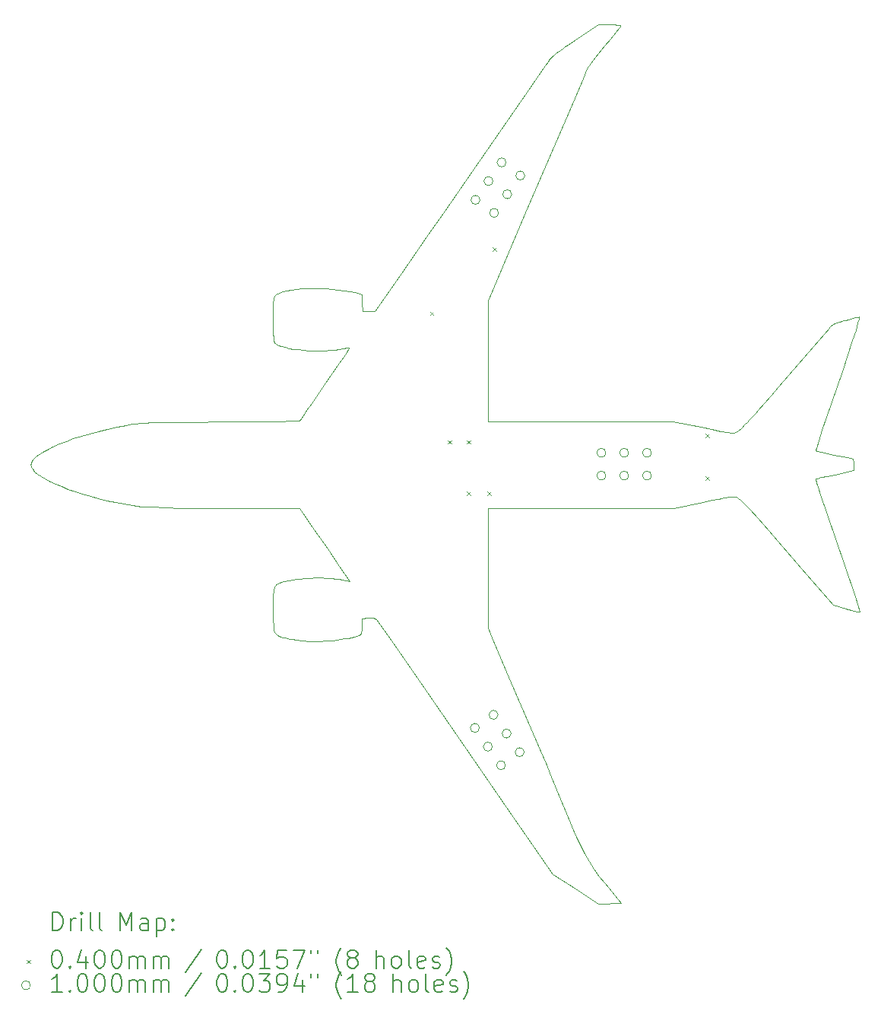
<source format=gbr>
%TF.GenerationSoftware,KiCad,Pcbnew,(6.99.0-2452-gdb4f2d9dd8)*%
%TF.CreationDate,2022-07-29T14:25:37-05:00*%
%TF.ProjectId,787,3738372e-6b69-4636-9164-5f7063625858,rev?*%
%TF.SameCoordinates,Original*%
%TF.FileFunction,Drillmap*%
%TF.FilePolarity,Positive*%
%FSLAX45Y45*%
G04 Gerber Fmt 4.5, Leading zero omitted, Abs format (unit mm)*
G04 Created by KiCad (PCBNEW (6.99.0-2452-gdb4f2d9dd8)) date 2022-07-29 14:25:37*
%MOMM*%
%LPD*%
G01*
G04 APERTURE LIST*
%ADD10C,0.078000*%
%ADD11C,0.200000*%
%ADD12C,0.040000*%
%ADD13C,0.100000*%
G04 APERTURE END LIST*
D10*
X10684163Y-6585400D02*
X10709793Y-6586046D01*
X10731118Y-6587142D01*
X10748144Y-6588691D01*
X10755047Y-6589636D01*
X10760879Y-6590695D01*
X10765639Y-6591867D01*
X10769330Y-6593154D01*
X10771951Y-6594555D01*
X10773504Y-6596070D01*
X10773880Y-6596871D01*
X10773989Y-6597700D01*
X10773408Y-6599445D01*
X10768107Y-6606586D01*
X10756367Y-6621468D01*
X10716536Y-6670801D01*
X10659860Y-6740136D01*
X10592282Y-6822165D01*
X10557296Y-6864875D01*
X10523910Y-6906383D01*
X10492908Y-6945660D01*
X10465074Y-6981679D01*
X10441192Y-7013413D01*
X10422047Y-7039835D01*
X10408421Y-7059917D01*
X10403924Y-7067260D01*
X10401101Y-7072632D01*
X10351690Y-7187257D01*
X10259496Y-7403686D01*
X9715802Y-8674316D01*
X9294756Y-9656039D01*
X9294756Y-11001507D01*
X11358769Y-11001507D01*
X11664761Y-11064144D01*
X11786568Y-11088574D01*
X11892022Y-11108785D01*
X11969837Y-11122679D01*
X11994853Y-11126600D01*
X12008727Y-11128154D01*
X12015558Y-11128329D01*
X12022171Y-11128260D01*
X12028695Y-11127817D01*
X12035255Y-11126868D01*
X12041979Y-11125282D01*
X12048993Y-11122927D01*
X12056425Y-11119673D01*
X12064400Y-11115386D01*
X12073046Y-11109937D01*
X12082490Y-11103194D01*
X12092859Y-11095025D01*
X12104278Y-11085300D01*
X12116876Y-11073885D01*
X12130779Y-11060651D01*
X12146113Y-11045466D01*
X12163006Y-11028198D01*
X12181585Y-11008717D01*
X12201976Y-10986890D01*
X12224306Y-10962586D01*
X12248701Y-10935674D01*
X12275290Y-10906022D01*
X12304198Y-10873500D01*
X12369480Y-10799317D01*
X12445562Y-10712073D01*
X12533459Y-10610718D01*
X12748755Y-10361469D01*
X12978062Y-10095239D01*
X13095594Y-9957866D01*
X13101605Y-9950894D01*
X13107661Y-9944455D01*
X13110751Y-9941414D01*
X13113907Y-9938481D01*
X13117148Y-9935646D01*
X13120492Y-9932901D01*
X13123957Y-9930237D01*
X13127563Y-9927647D01*
X13131327Y-9925120D01*
X13135268Y-9922649D01*
X13139404Y-9920225D01*
X13143753Y-9917839D01*
X13148335Y-9915482D01*
X13153167Y-9913147D01*
X13163657Y-9908503D01*
X13175370Y-9903840D01*
X13188455Y-9899087D01*
X13203057Y-9894176D01*
X13219325Y-9889037D01*
X13237406Y-9883602D01*
X13257448Y-9877800D01*
X13279598Y-9871563D01*
X13309079Y-9863528D01*
X13336851Y-9856301D01*
X13362285Y-9850019D01*
X13384757Y-9844823D01*
X13403637Y-9840851D01*
X13418300Y-9838242D01*
X13428118Y-9837135D01*
X13431014Y-9837189D01*
X13432464Y-9837670D01*
X13432413Y-9842439D01*
X13429755Y-9854498D01*
X13416238Y-9901653D01*
X13391148Y-9981458D01*
X13353717Y-10096237D01*
X13238773Y-10440010D01*
X13065278Y-10951562D01*
X13016744Y-11095435D01*
X12977630Y-11213886D01*
X12951927Y-11294647D01*
X12945353Y-11317060D01*
X12943629Y-11325449D01*
X12962083Y-11330374D01*
X13008454Y-11340954D01*
X13148377Y-11371301D01*
X13290254Y-11400923D01*
X13339068Y-11410599D01*
X13360942Y-11414256D01*
X13361264Y-11414343D01*
X13361582Y-11414602D01*
X13361895Y-11415028D01*
X13362203Y-11415618D01*
X13362803Y-11417268D01*
X13363380Y-11419519D01*
X13363928Y-11422337D01*
X13364446Y-11425687D01*
X13364930Y-11429536D01*
X13365376Y-11433849D01*
X13365782Y-11438591D01*
X13366145Y-11443730D01*
X13366460Y-11449230D01*
X13366726Y-11455057D01*
X13366938Y-11461177D01*
X13367093Y-11467556D01*
X13367189Y-11474160D01*
X13367222Y-11480954D01*
X13367222Y-11547652D01*
X13158142Y-11591432D01*
X13076611Y-11608780D01*
X13009180Y-11623651D01*
X12962854Y-11634463D01*
X12949795Y-11637853D01*
X12944639Y-11639635D01*
X12944478Y-11640049D01*
X12944447Y-11640828D01*
X12944769Y-11643444D01*
X12945580Y-11647407D01*
X12946859Y-11652641D01*
X12950723Y-11666624D01*
X12956174Y-11684785D01*
X12963026Y-11706521D01*
X12971092Y-11731226D01*
X12980185Y-11758296D01*
X12990120Y-11787126D01*
X13258673Y-12576758D01*
X13383376Y-12950687D01*
X13435938Y-13114847D01*
X13435775Y-13115669D01*
X13435282Y-13116375D01*
X13434463Y-13116966D01*
X13433321Y-13117443D01*
X13431860Y-13117805D01*
X13430086Y-13118055D01*
X13428001Y-13118193D01*
X13425610Y-13118219D01*
X13419924Y-13117940D01*
X13413061Y-13117224D01*
X13405053Y-13116077D01*
X13395931Y-13114505D01*
X13385729Y-13112513D01*
X13374477Y-13110108D01*
X13362208Y-13107296D01*
X13348954Y-13104083D01*
X13334747Y-13100473D01*
X13319619Y-13096474D01*
X13303602Y-13092092D01*
X13286728Y-13087331D01*
X13286728Y-13087332D01*
X13137443Y-13044620D01*
X12782130Y-12631870D01*
X12418542Y-12210666D01*
X12299495Y-12074477D01*
X12213281Y-11978022D01*
X12153151Y-11913895D01*
X12112355Y-11874690D01*
X12084145Y-11853002D01*
X12061770Y-11841425D01*
X12058801Y-11840303D01*
X12055604Y-11839315D01*
X12052147Y-11838465D01*
X12048398Y-11837759D01*
X12044324Y-11837201D01*
X12039893Y-11836796D01*
X12029830Y-11836462D01*
X12017952Y-11836795D01*
X12004000Y-11837834D01*
X11987715Y-11839617D01*
X11968840Y-11842180D01*
X11947115Y-11845562D01*
X11922283Y-11849801D01*
X11894086Y-11854935D01*
X11862264Y-11861001D01*
X11786714Y-11876082D01*
X11693568Y-11895346D01*
X11362359Y-11964591D01*
X9294755Y-11964591D01*
X9294755Y-13293802D01*
X9342092Y-13409982D01*
X9526615Y-13844125D01*
X9903782Y-14724771D01*
X9946641Y-14817732D01*
X9987071Y-14910638D01*
X10062789Y-15095829D01*
X10208678Y-15460548D01*
X10247124Y-15549885D01*
X10287432Y-15638258D01*
X10330139Y-15725553D01*
X10375781Y-15811656D01*
X10424895Y-15896454D01*
X10478017Y-15979833D01*
X10535684Y-16061679D01*
X10598431Y-16141880D01*
X10778726Y-16360378D01*
X10520848Y-16368235D01*
X10268656Y-16203265D01*
X10016463Y-16038296D01*
X9575338Y-15401354D01*
X8600627Y-13993945D01*
X8218484Y-13443740D01*
X8049004Y-13202841D01*
X8047765Y-13201496D01*
X8046451Y-13200210D01*
X8045058Y-13198982D01*
X8043585Y-13197812D01*
X8042029Y-13196700D01*
X8040389Y-13195644D01*
X8038662Y-13194645D01*
X8036846Y-13193702D01*
X8034940Y-13192815D01*
X8032940Y-13191984D01*
X8030845Y-13191208D01*
X8028654Y-13190486D01*
X8026362Y-13189819D01*
X8023970Y-13189206D01*
X8018873Y-13188140D01*
X8013345Y-13187286D01*
X8007370Y-13186640D01*
X8000931Y-13186199D01*
X7994010Y-13185961D01*
X7986592Y-13185922D01*
X7978660Y-13186079D01*
X7970197Y-13186430D01*
X7961185Y-13186971D01*
X7891406Y-13191738D01*
X7891211Y-13269521D01*
X7890962Y-13285459D01*
X7890331Y-13300933D01*
X7889360Y-13315562D01*
X7888092Y-13328962D01*
X7886569Y-13340753D01*
X7884833Y-13350553D01*
X7883899Y-13354586D01*
X7882927Y-13357978D01*
X7881923Y-13360682D01*
X7880892Y-13362649D01*
X7877276Y-13366738D01*
X7871848Y-13370862D01*
X7855916Y-13379164D01*
X7833817Y-13387448D01*
X7806271Y-13395608D01*
X7774001Y-13403540D01*
X7737726Y-13411137D01*
X7698170Y-13418296D01*
X7656052Y-13424909D01*
X7612095Y-13430872D01*
X7567019Y-13436080D01*
X7521546Y-13440427D01*
X7476397Y-13443807D01*
X7432294Y-13446116D01*
X7389957Y-13447248D01*
X7350108Y-13447097D01*
X7313468Y-13445558D01*
X7227890Y-13438878D01*
X7152668Y-13430668D01*
X7118936Y-13425987D01*
X7087786Y-13420923D01*
X7059217Y-13415473D01*
X7033227Y-13409639D01*
X7009813Y-13403419D01*
X6988973Y-13396812D01*
X6970705Y-13389819D01*
X6955007Y-13382438D01*
X6941876Y-13374669D01*
X6931312Y-13366512D01*
X6923310Y-13357967D01*
X6917870Y-13349031D01*
X6916373Y-13344599D01*
X6914902Y-13338005D01*
X6913464Y-13329377D01*
X6912067Y-13318843D01*
X6909432Y-13292573D01*
X6907062Y-13260224D01*
X6905021Y-13222823D01*
X6903375Y-13181398D01*
X6902187Y-13136977D01*
X6901525Y-13090589D01*
X6901133Y-12995861D01*
X6901672Y-12957381D01*
X6903039Y-12924207D01*
X6905486Y-12895877D01*
X6909267Y-12871928D01*
X6911736Y-12861453D01*
X6914634Y-12851899D01*
X6917992Y-12843210D01*
X6921841Y-12835328D01*
X6926214Y-12828194D01*
X6931141Y-12821752D01*
X6936655Y-12815942D01*
X6942786Y-12810709D01*
X6949568Y-12805992D01*
X6957031Y-12801736D01*
X6965207Y-12797882D01*
X6974127Y-12794373D01*
X6994328Y-12788155D01*
X7017888Y-12782623D01*
X7076093Y-12771761D01*
X7162088Y-12758247D01*
X7203979Y-12752932D01*
X7245215Y-12748580D01*
X7285859Y-12745190D01*
X7325974Y-12742761D01*
X7365622Y-12741294D01*
X7404866Y-12740789D01*
X7443769Y-12741246D01*
X7482394Y-12742664D01*
X7520803Y-12745044D01*
X7559059Y-12748385D01*
X7597224Y-12752688D01*
X7635362Y-12757953D01*
X7673535Y-12764179D01*
X7711806Y-12771366D01*
X7757157Y-12780436D01*
X7638948Y-12609845D01*
X7507859Y-12419712D01*
X7358682Y-12202136D01*
X7196626Y-11965018D01*
X6396660Y-11964803D01*
X5882805Y-11962717D01*
X5701134Y-11959475D01*
X5556399Y-11954090D01*
X5438672Y-11946054D01*
X5338024Y-11934860D01*
X5244529Y-11920000D01*
X5148259Y-11900967D01*
X5050794Y-11879295D01*
X4956359Y-11856091D01*
X4865404Y-11831555D01*
X4778379Y-11805886D01*
X4695733Y-11779284D01*
X4617915Y-11751947D01*
X4545375Y-11724075D01*
X4478562Y-11695868D01*
X4417926Y-11667525D01*
X4363917Y-11639246D01*
X4316984Y-11611230D01*
X4277576Y-11583676D01*
X4246143Y-11556784D01*
X4223134Y-11530754D01*
X4208999Y-11505784D01*
X4205400Y-11493760D01*
X4204188Y-11482075D01*
X4205590Y-11469294D01*
X4209749Y-11456158D01*
X4216597Y-11442697D01*
X4226062Y-11428940D01*
X4238075Y-11414915D01*
X4252566Y-11400652D01*
X4269466Y-11386179D01*
X4288704Y-11371525D01*
X4310211Y-11356719D01*
X4333917Y-11341791D01*
X4387646Y-11311680D01*
X4449334Y-11281423D01*
X4518420Y-11251253D01*
X4594348Y-11221400D01*
X4676557Y-11192095D01*
X4764490Y-11163570D01*
X4857588Y-11136056D01*
X4955292Y-11109783D01*
X5057045Y-11084984D01*
X5162286Y-11061889D01*
X5270459Y-11040730D01*
X5326121Y-11031131D01*
X5353556Y-11027171D01*
X5382466Y-11023710D01*
X5414157Y-11020706D01*
X5449934Y-11018113D01*
X5491101Y-11015887D01*
X5538965Y-11013984D01*
X5594829Y-11012359D01*
X5660000Y-11010967D01*
X5823479Y-11008708D01*
X6039843Y-11006852D01*
X6319531Y-11005043D01*
X6663196Y-11002024D01*
X6944223Y-10997759D01*
X7133898Y-10992811D01*
X7185504Y-10990256D01*
X7203504Y-10987741D01*
X7205704Y-10982516D01*
X7212173Y-10971322D01*
X7237124Y-10932183D01*
X7276773Y-10872642D01*
X7329534Y-10795011D01*
X7468061Y-10594745D01*
X7640029Y-10349903D01*
X7684357Y-10286082D01*
X7703407Y-10257830D01*
X7719781Y-10232941D01*
X7733031Y-10212109D01*
X7742708Y-10196027D01*
X7748362Y-10185389D01*
X7749541Y-10182327D01*
X7749545Y-10180886D01*
X7749167Y-10180605D01*
X7748637Y-10180365D01*
X7747961Y-10180163D01*
X7747142Y-10180001D01*
X7745092Y-10179791D01*
X7742522Y-10179731D01*
X7739465Y-10179816D01*
X7735956Y-10180042D01*
X7732027Y-10180404D01*
X7727714Y-10180899D01*
X7723050Y-10181523D01*
X7718069Y-10182271D01*
X7712805Y-10183138D01*
X7707291Y-10184121D01*
X7701562Y-10185216D01*
X7695652Y-10186417D01*
X7689594Y-10187722D01*
X7683422Y-10189125D01*
X7637585Y-10198116D01*
X7587006Y-10205002D01*
X7532647Y-10209862D01*
X7475473Y-10212778D01*
X7416448Y-10213829D01*
X7356535Y-10213097D01*
X7296700Y-10210662D01*
X7237905Y-10206604D01*
X7181115Y-10201004D01*
X7127293Y-10193943D01*
X7077405Y-10185501D01*
X7032413Y-10175759D01*
X6993282Y-10164797D01*
X6960976Y-10152695D01*
X6936458Y-10139535D01*
X6927421Y-10132583D01*
X6920693Y-10125397D01*
X6919371Y-10123484D01*
X6918105Y-10121300D01*
X6916894Y-10118831D01*
X6915737Y-10116064D01*
X6913581Y-10109585D01*
X6911628Y-10101757D01*
X6909872Y-10092476D01*
X6908303Y-10081637D01*
X6906915Y-10069135D01*
X6905700Y-10054866D01*
X6904650Y-10038725D01*
X6903757Y-10020607D01*
X6903013Y-10000408D01*
X6902410Y-9978023D01*
X6901598Y-9926276D01*
X6901258Y-9864528D01*
X6901303Y-9795163D01*
X6901846Y-9739953D01*
X6903057Y-9696982D01*
X6905111Y-9664334D01*
X6906507Y-9651282D01*
X6908178Y-9640091D01*
X6910146Y-9630523D01*
X6912431Y-9622338D01*
X6915056Y-9615296D01*
X6918043Y-9609157D01*
X6921412Y-9603683D01*
X6925185Y-9598632D01*
X6933362Y-9590373D01*
X6944094Y-9582534D01*
X6957252Y-9575120D01*
X6972705Y-9568135D01*
X7009980Y-9555472D01*
X7054885Y-9544584D01*
X7106383Y-9535509D01*
X7163438Y-9528285D01*
X7225015Y-9522950D01*
X7290076Y-9519541D01*
X7357587Y-9518096D01*
X7426511Y-9518654D01*
X7495812Y-9521252D01*
X7564455Y-9525928D01*
X7631403Y-9532721D01*
X7695621Y-9541668D01*
X7756071Y-9552807D01*
X7811719Y-9566175D01*
X7890239Y-9587692D01*
X7894269Y-9678913D01*
X7898300Y-9770135D01*
X7967092Y-9774081D01*
X8035883Y-9778027D01*
X8311050Y-9377724D01*
X8517834Y-9078070D01*
X8628592Y-8919753D01*
X8795285Y-8680991D01*
X9136551Y-8187926D01*
X9728202Y-7334910D01*
X9841150Y-7173718D01*
X9935676Y-7037336D01*
X9962929Y-6998067D01*
X9975022Y-6981463D01*
X9986730Y-6966337D01*
X9998533Y-6952281D01*
X10010910Y-6938890D01*
X10024340Y-6925755D01*
X10039301Y-6912471D01*
X10056273Y-6898631D01*
X10075735Y-6883827D01*
X10098166Y-6867653D01*
X10124044Y-6849702D01*
X10153849Y-6829567D01*
X10188060Y-6806841D01*
X10271613Y-6751991D01*
X10526142Y-6585361D01*
X10654219Y-6585205D01*
X10684163Y-6585400D01*
D11*
D12*
X8650000Y-9780000D02*
X8690000Y-9820000D01*
X8690000Y-9780000D02*
X8650000Y-9820000D01*
X8850000Y-11210000D02*
X8890000Y-11250000D01*
X8890000Y-11210000D02*
X8850000Y-11250000D01*
X9060000Y-11210000D02*
X9100000Y-11250000D01*
X9100000Y-11210000D02*
X9060000Y-11250000D01*
X9060000Y-11780000D02*
X9100000Y-11820000D01*
X9100000Y-11780000D02*
X9060000Y-11820000D01*
X9290000Y-11780000D02*
X9330000Y-11820000D01*
X9330000Y-11780000D02*
X9290000Y-11820000D01*
X9351371Y-9061371D02*
X9391371Y-9101371D01*
X9391371Y-9061371D02*
X9351371Y-9101371D01*
X11720000Y-11140000D02*
X11760000Y-11180000D01*
X11760000Y-11140000D02*
X11720000Y-11180000D01*
X11720000Y-11610000D02*
X11760000Y-11650000D01*
X11760000Y-11610000D02*
X11720000Y-11650000D01*
D13*
X9200279Y-14411935D02*
G75*
G03*
X9200279Y-14411935I-50000J0D01*
G01*
X9206970Y-8535220D02*
G75*
G03*
X9206970Y-8535220I-50000J0D01*
G01*
X9345968Y-14620000D02*
G75*
G03*
X9345968Y-14620000I-50000J0D01*
G01*
X9352659Y-8327156D02*
G75*
G03*
X9352659Y-8327156I-50000J0D01*
G01*
X9408344Y-14266247D02*
G75*
G03*
X9408344Y-14266247I-50000J0D01*
G01*
X9415035Y-8680909D02*
G75*
G03*
X9415035Y-8680909I-50000J0D01*
G01*
X9491656Y-14828065D02*
G75*
G03*
X9491656Y-14828065I-50000J0D01*
G01*
X9498347Y-8119091D02*
G75*
G03*
X9498347Y-8119091I-50000J0D01*
G01*
X9554032Y-14474312D02*
G75*
G03*
X9554032Y-14474312I-50000J0D01*
G01*
X9560723Y-8472844D02*
G75*
G03*
X9560723Y-8472844I-50000J0D01*
G01*
X9699721Y-14682376D02*
G75*
G03*
X9699721Y-14682376I-50000J0D01*
G01*
X9706412Y-8264780D02*
G75*
G03*
X9706412Y-8264780I-50000J0D01*
G01*
X10610000Y-11350000D02*
G75*
G03*
X10610000Y-11350000I-50000J0D01*
G01*
X10610000Y-11604000D02*
G75*
G03*
X10610000Y-11604000I-50000J0D01*
G01*
X10864000Y-11350000D02*
G75*
G03*
X10864000Y-11350000I-50000J0D01*
G01*
X10864000Y-11604000D02*
G75*
G03*
X10864000Y-11604000I-50000J0D01*
G01*
X11118000Y-11350000D02*
G75*
G03*
X11118000Y-11350000I-50000J0D01*
G01*
X11118000Y-11604000D02*
G75*
G03*
X11118000Y-11604000I-50000J0D01*
G01*
D11*
X4447907Y-16665611D02*
X4447907Y-16465611D01*
X4447907Y-16465611D02*
X4495526Y-16465611D01*
X4495526Y-16465611D02*
X4524097Y-16475135D01*
X4524097Y-16475135D02*
X4543145Y-16494182D01*
X4543145Y-16494182D02*
X4552669Y-16513230D01*
X4552669Y-16513230D02*
X4562192Y-16551325D01*
X4562192Y-16551325D02*
X4562192Y-16579896D01*
X4562192Y-16579896D02*
X4552669Y-16617992D01*
X4552669Y-16617992D02*
X4543145Y-16637039D01*
X4543145Y-16637039D02*
X4524097Y-16656087D01*
X4524097Y-16656087D02*
X4495526Y-16665611D01*
X4495526Y-16665611D02*
X4447907Y-16665611D01*
X4647907Y-16665611D02*
X4647907Y-16532277D01*
X4647907Y-16570373D02*
X4657431Y-16551325D01*
X4657431Y-16551325D02*
X4666954Y-16541801D01*
X4666954Y-16541801D02*
X4686002Y-16532277D01*
X4686002Y-16532277D02*
X4705050Y-16532277D01*
X4771716Y-16665611D02*
X4771716Y-16532277D01*
X4771716Y-16465611D02*
X4762192Y-16475135D01*
X4762192Y-16475135D02*
X4771716Y-16484658D01*
X4771716Y-16484658D02*
X4781240Y-16475135D01*
X4781240Y-16475135D02*
X4771716Y-16465611D01*
X4771716Y-16465611D02*
X4771716Y-16484658D01*
X4895526Y-16665611D02*
X4876478Y-16656087D01*
X4876478Y-16656087D02*
X4866954Y-16637039D01*
X4866954Y-16637039D02*
X4866954Y-16465611D01*
X5000288Y-16665611D02*
X4981240Y-16656087D01*
X4981240Y-16656087D02*
X4971716Y-16637039D01*
X4971716Y-16637039D02*
X4971716Y-16465611D01*
X5196478Y-16665611D02*
X5196478Y-16465611D01*
X5196478Y-16465611D02*
X5263145Y-16608468D01*
X5263145Y-16608468D02*
X5329811Y-16465611D01*
X5329811Y-16465611D02*
X5329811Y-16665611D01*
X5510764Y-16665611D02*
X5510764Y-16560849D01*
X5510764Y-16560849D02*
X5501240Y-16541801D01*
X5501240Y-16541801D02*
X5482192Y-16532277D01*
X5482192Y-16532277D02*
X5444097Y-16532277D01*
X5444097Y-16532277D02*
X5425050Y-16541801D01*
X5510764Y-16656087D02*
X5491716Y-16665611D01*
X5491716Y-16665611D02*
X5444097Y-16665611D01*
X5444097Y-16665611D02*
X5425050Y-16656087D01*
X5425050Y-16656087D02*
X5415526Y-16637039D01*
X5415526Y-16637039D02*
X5415526Y-16617992D01*
X5415526Y-16617992D02*
X5425050Y-16598944D01*
X5425050Y-16598944D02*
X5444097Y-16589420D01*
X5444097Y-16589420D02*
X5491716Y-16589420D01*
X5491716Y-16589420D02*
X5510764Y-16579896D01*
X5606002Y-16532277D02*
X5606002Y-16732277D01*
X5606002Y-16541801D02*
X5625049Y-16532277D01*
X5625049Y-16532277D02*
X5663145Y-16532277D01*
X5663145Y-16532277D02*
X5682192Y-16541801D01*
X5682192Y-16541801D02*
X5691716Y-16551325D01*
X5691716Y-16551325D02*
X5701240Y-16570373D01*
X5701240Y-16570373D02*
X5701240Y-16627515D01*
X5701240Y-16627515D02*
X5691716Y-16646563D01*
X5691716Y-16646563D02*
X5682192Y-16656087D01*
X5682192Y-16656087D02*
X5663145Y-16665611D01*
X5663145Y-16665611D02*
X5625049Y-16665611D01*
X5625049Y-16665611D02*
X5606002Y-16656087D01*
X5786954Y-16646563D02*
X5796478Y-16656087D01*
X5796478Y-16656087D02*
X5786954Y-16665611D01*
X5786954Y-16665611D02*
X5777430Y-16656087D01*
X5777430Y-16656087D02*
X5786954Y-16646563D01*
X5786954Y-16646563D02*
X5786954Y-16665611D01*
X5786954Y-16541801D02*
X5796478Y-16551325D01*
X5796478Y-16551325D02*
X5786954Y-16560849D01*
X5786954Y-16560849D02*
X5777430Y-16551325D01*
X5777430Y-16551325D02*
X5786954Y-16541801D01*
X5786954Y-16541801D02*
X5786954Y-16560849D01*
D12*
X4160288Y-16992135D02*
X4200288Y-17032135D01*
X4200288Y-16992135D02*
X4160288Y-17032135D01*
D11*
X4486002Y-16885611D02*
X4505050Y-16885611D01*
X4505050Y-16885611D02*
X4524097Y-16895135D01*
X4524097Y-16895135D02*
X4533621Y-16904658D01*
X4533621Y-16904658D02*
X4543145Y-16923706D01*
X4543145Y-16923706D02*
X4552669Y-16961801D01*
X4552669Y-16961801D02*
X4552669Y-17009420D01*
X4552669Y-17009420D02*
X4543145Y-17047516D01*
X4543145Y-17047516D02*
X4533621Y-17066563D01*
X4533621Y-17066563D02*
X4524097Y-17076087D01*
X4524097Y-17076087D02*
X4505050Y-17085611D01*
X4505050Y-17085611D02*
X4486002Y-17085611D01*
X4486002Y-17085611D02*
X4466954Y-17076087D01*
X4466954Y-17076087D02*
X4457431Y-17066563D01*
X4457431Y-17066563D02*
X4447907Y-17047516D01*
X4447907Y-17047516D02*
X4438383Y-17009420D01*
X4438383Y-17009420D02*
X4438383Y-16961801D01*
X4438383Y-16961801D02*
X4447907Y-16923706D01*
X4447907Y-16923706D02*
X4457431Y-16904658D01*
X4457431Y-16904658D02*
X4466954Y-16895135D01*
X4466954Y-16895135D02*
X4486002Y-16885611D01*
X4638383Y-17066563D02*
X4647907Y-17076087D01*
X4647907Y-17076087D02*
X4638383Y-17085611D01*
X4638383Y-17085611D02*
X4628859Y-17076087D01*
X4628859Y-17076087D02*
X4638383Y-17066563D01*
X4638383Y-17066563D02*
X4638383Y-17085611D01*
X4819335Y-16952277D02*
X4819335Y-17085611D01*
X4771716Y-16876087D02*
X4724097Y-17018944D01*
X4724097Y-17018944D02*
X4847907Y-17018944D01*
X4962192Y-16885611D02*
X4981240Y-16885611D01*
X4981240Y-16885611D02*
X5000288Y-16895135D01*
X5000288Y-16895135D02*
X5009812Y-16904658D01*
X5009812Y-16904658D02*
X5019335Y-16923706D01*
X5019335Y-16923706D02*
X5028859Y-16961801D01*
X5028859Y-16961801D02*
X5028859Y-17009420D01*
X5028859Y-17009420D02*
X5019335Y-17047516D01*
X5019335Y-17047516D02*
X5009812Y-17066563D01*
X5009812Y-17066563D02*
X5000288Y-17076087D01*
X5000288Y-17076087D02*
X4981240Y-17085611D01*
X4981240Y-17085611D02*
X4962192Y-17085611D01*
X4962192Y-17085611D02*
X4943145Y-17076087D01*
X4943145Y-17076087D02*
X4933621Y-17066563D01*
X4933621Y-17066563D02*
X4924097Y-17047516D01*
X4924097Y-17047516D02*
X4914573Y-17009420D01*
X4914573Y-17009420D02*
X4914573Y-16961801D01*
X4914573Y-16961801D02*
X4924097Y-16923706D01*
X4924097Y-16923706D02*
X4933621Y-16904658D01*
X4933621Y-16904658D02*
X4943145Y-16895135D01*
X4943145Y-16895135D02*
X4962192Y-16885611D01*
X5152669Y-16885611D02*
X5171716Y-16885611D01*
X5171716Y-16885611D02*
X5190764Y-16895135D01*
X5190764Y-16895135D02*
X5200288Y-16904658D01*
X5200288Y-16904658D02*
X5209812Y-16923706D01*
X5209812Y-16923706D02*
X5219335Y-16961801D01*
X5219335Y-16961801D02*
X5219335Y-17009420D01*
X5219335Y-17009420D02*
X5209812Y-17047516D01*
X5209812Y-17047516D02*
X5200288Y-17066563D01*
X5200288Y-17066563D02*
X5190764Y-17076087D01*
X5190764Y-17076087D02*
X5171716Y-17085611D01*
X5171716Y-17085611D02*
X5152669Y-17085611D01*
X5152669Y-17085611D02*
X5133621Y-17076087D01*
X5133621Y-17076087D02*
X5124097Y-17066563D01*
X5124097Y-17066563D02*
X5114573Y-17047516D01*
X5114573Y-17047516D02*
X5105050Y-17009420D01*
X5105050Y-17009420D02*
X5105050Y-16961801D01*
X5105050Y-16961801D02*
X5114573Y-16923706D01*
X5114573Y-16923706D02*
X5124097Y-16904658D01*
X5124097Y-16904658D02*
X5133621Y-16895135D01*
X5133621Y-16895135D02*
X5152669Y-16885611D01*
X5305050Y-17085611D02*
X5305050Y-16952277D01*
X5305050Y-16971325D02*
X5314573Y-16961801D01*
X5314573Y-16961801D02*
X5333621Y-16952277D01*
X5333621Y-16952277D02*
X5362193Y-16952277D01*
X5362193Y-16952277D02*
X5381240Y-16961801D01*
X5381240Y-16961801D02*
X5390764Y-16980849D01*
X5390764Y-16980849D02*
X5390764Y-17085611D01*
X5390764Y-16980849D02*
X5400288Y-16961801D01*
X5400288Y-16961801D02*
X5419335Y-16952277D01*
X5419335Y-16952277D02*
X5447907Y-16952277D01*
X5447907Y-16952277D02*
X5466954Y-16961801D01*
X5466954Y-16961801D02*
X5476478Y-16980849D01*
X5476478Y-16980849D02*
X5476478Y-17085611D01*
X5571716Y-17085611D02*
X5571716Y-16952277D01*
X5571716Y-16971325D02*
X5581240Y-16961801D01*
X5581240Y-16961801D02*
X5600288Y-16952277D01*
X5600288Y-16952277D02*
X5628859Y-16952277D01*
X5628859Y-16952277D02*
X5647907Y-16961801D01*
X5647907Y-16961801D02*
X5657431Y-16980849D01*
X5657431Y-16980849D02*
X5657431Y-17085611D01*
X5657431Y-16980849D02*
X5666954Y-16961801D01*
X5666954Y-16961801D02*
X5686002Y-16952277D01*
X5686002Y-16952277D02*
X5714573Y-16952277D01*
X5714573Y-16952277D02*
X5733621Y-16961801D01*
X5733621Y-16961801D02*
X5743145Y-16980849D01*
X5743145Y-16980849D02*
X5743145Y-17085611D01*
X6101240Y-16876087D02*
X5929812Y-17133230D01*
X6326002Y-16885611D02*
X6345050Y-16885611D01*
X6345050Y-16885611D02*
X6364097Y-16895135D01*
X6364097Y-16895135D02*
X6373621Y-16904658D01*
X6373621Y-16904658D02*
X6383145Y-16923706D01*
X6383145Y-16923706D02*
X6392669Y-16961801D01*
X6392669Y-16961801D02*
X6392669Y-17009420D01*
X6392669Y-17009420D02*
X6383145Y-17047516D01*
X6383145Y-17047516D02*
X6373621Y-17066563D01*
X6373621Y-17066563D02*
X6364097Y-17076087D01*
X6364097Y-17076087D02*
X6345050Y-17085611D01*
X6345050Y-17085611D02*
X6326002Y-17085611D01*
X6326002Y-17085611D02*
X6306954Y-17076087D01*
X6306954Y-17076087D02*
X6297431Y-17066563D01*
X6297431Y-17066563D02*
X6287907Y-17047516D01*
X6287907Y-17047516D02*
X6278383Y-17009420D01*
X6278383Y-17009420D02*
X6278383Y-16961801D01*
X6278383Y-16961801D02*
X6287907Y-16923706D01*
X6287907Y-16923706D02*
X6297431Y-16904658D01*
X6297431Y-16904658D02*
X6306954Y-16895135D01*
X6306954Y-16895135D02*
X6326002Y-16885611D01*
X6478383Y-17066563D02*
X6487907Y-17076087D01*
X6487907Y-17076087D02*
X6478383Y-17085611D01*
X6478383Y-17085611D02*
X6468859Y-17076087D01*
X6468859Y-17076087D02*
X6478383Y-17066563D01*
X6478383Y-17066563D02*
X6478383Y-17085611D01*
X6611716Y-16885611D02*
X6630764Y-16885611D01*
X6630764Y-16885611D02*
X6649812Y-16895135D01*
X6649812Y-16895135D02*
X6659335Y-16904658D01*
X6659335Y-16904658D02*
X6668859Y-16923706D01*
X6668859Y-16923706D02*
X6678383Y-16961801D01*
X6678383Y-16961801D02*
X6678383Y-17009420D01*
X6678383Y-17009420D02*
X6668859Y-17047516D01*
X6668859Y-17047516D02*
X6659335Y-17066563D01*
X6659335Y-17066563D02*
X6649812Y-17076087D01*
X6649812Y-17076087D02*
X6630764Y-17085611D01*
X6630764Y-17085611D02*
X6611716Y-17085611D01*
X6611716Y-17085611D02*
X6592669Y-17076087D01*
X6592669Y-17076087D02*
X6583145Y-17066563D01*
X6583145Y-17066563D02*
X6573621Y-17047516D01*
X6573621Y-17047516D02*
X6564097Y-17009420D01*
X6564097Y-17009420D02*
X6564097Y-16961801D01*
X6564097Y-16961801D02*
X6573621Y-16923706D01*
X6573621Y-16923706D02*
X6583145Y-16904658D01*
X6583145Y-16904658D02*
X6592669Y-16895135D01*
X6592669Y-16895135D02*
X6611716Y-16885611D01*
X6868859Y-17085611D02*
X6754573Y-17085611D01*
X6811716Y-17085611D02*
X6811716Y-16885611D01*
X6811716Y-16885611D02*
X6792669Y-16914182D01*
X6792669Y-16914182D02*
X6773621Y-16933230D01*
X6773621Y-16933230D02*
X6754573Y-16942754D01*
X7049812Y-16885611D02*
X6954573Y-16885611D01*
X6954573Y-16885611D02*
X6945050Y-16980849D01*
X6945050Y-16980849D02*
X6954573Y-16971325D01*
X6954573Y-16971325D02*
X6973621Y-16961801D01*
X6973621Y-16961801D02*
X7021240Y-16961801D01*
X7021240Y-16961801D02*
X7040288Y-16971325D01*
X7040288Y-16971325D02*
X7049812Y-16980849D01*
X7049812Y-16980849D02*
X7059335Y-16999897D01*
X7059335Y-16999897D02*
X7059335Y-17047516D01*
X7059335Y-17047516D02*
X7049812Y-17066563D01*
X7049812Y-17066563D02*
X7040288Y-17076087D01*
X7040288Y-17076087D02*
X7021240Y-17085611D01*
X7021240Y-17085611D02*
X6973621Y-17085611D01*
X6973621Y-17085611D02*
X6954573Y-17076087D01*
X6954573Y-17076087D02*
X6945050Y-17066563D01*
X7126002Y-16885611D02*
X7259335Y-16885611D01*
X7259335Y-16885611D02*
X7173621Y-17085611D01*
X7326002Y-16885611D02*
X7326002Y-16923706D01*
X7402193Y-16885611D02*
X7402193Y-16923706D01*
X7665050Y-17161801D02*
X7655526Y-17152277D01*
X7655526Y-17152277D02*
X7636478Y-17123706D01*
X7636478Y-17123706D02*
X7626954Y-17104658D01*
X7626954Y-17104658D02*
X7617431Y-17076087D01*
X7617431Y-17076087D02*
X7607907Y-17028468D01*
X7607907Y-17028468D02*
X7607907Y-16990373D01*
X7607907Y-16990373D02*
X7617431Y-16942754D01*
X7617431Y-16942754D02*
X7626954Y-16914182D01*
X7626954Y-16914182D02*
X7636478Y-16895135D01*
X7636478Y-16895135D02*
X7655526Y-16866563D01*
X7655526Y-16866563D02*
X7665050Y-16857039D01*
X7769812Y-16971325D02*
X7750764Y-16961801D01*
X7750764Y-16961801D02*
X7741240Y-16952277D01*
X7741240Y-16952277D02*
X7731716Y-16933230D01*
X7731716Y-16933230D02*
X7731716Y-16923706D01*
X7731716Y-16923706D02*
X7741240Y-16904658D01*
X7741240Y-16904658D02*
X7750764Y-16895135D01*
X7750764Y-16895135D02*
X7769812Y-16885611D01*
X7769812Y-16885611D02*
X7807907Y-16885611D01*
X7807907Y-16885611D02*
X7826954Y-16895135D01*
X7826954Y-16895135D02*
X7836478Y-16904658D01*
X7836478Y-16904658D02*
X7846002Y-16923706D01*
X7846002Y-16923706D02*
X7846002Y-16933230D01*
X7846002Y-16933230D02*
X7836478Y-16952277D01*
X7836478Y-16952277D02*
X7826954Y-16961801D01*
X7826954Y-16961801D02*
X7807907Y-16971325D01*
X7807907Y-16971325D02*
X7769812Y-16971325D01*
X7769812Y-16971325D02*
X7750764Y-16980849D01*
X7750764Y-16980849D02*
X7741240Y-16990373D01*
X7741240Y-16990373D02*
X7731716Y-17009420D01*
X7731716Y-17009420D02*
X7731716Y-17047516D01*
X7731716Y-17047516D02*
X7741240Y-17066563D01*
X7741240Y-17066563D02*
X7750764Y-17076087D01*
X7750764Y-17076087D02*
X7769812Y-17085611D01*
X7769812Y-17085611D02*
X7807907Y-17085611D01*
X7807907Y-17085611D02*
X7826954Y-17076087D01*
X7826954Y-17076087D02*
X7836478Y-17066563D01*
X7836478Y-17066563D02*
X7846002Y-17047516D01*
X7846002Y-17047516D02*
X7846002Y-17009420D01*
X7846002Y-17009420D02*
X7836478Y-16990373D01*
X7836478Y-16990373D02*
X7826954Y-16980849D01*
X7826954Y-16980849D02*
X7807907Y-16971325D01*
X8051716Y-17085611D02*
X8051716Y-16885611D01*
X8137431Y-17085611D02*
X8137431Y-16980849D01*
X8137431Y-16980849D02*
X8127907Y-16961801D01*
X8127907Y-16961801D02*
X8108859Y-16952277D01*
X8108859Y-16952277D02*
X8080288Y-16952277D01*
X8080288Y-16952277D02*
X8061240Y-16961801D01*
X8061240Y-16961801D02*
X8051716Y-16971325D01*
X8261240Y-17085611D02*
X8242193Y-17076087D01*
X8242193Y-17076087D02*
X8232669Y-17066563D01*
X8232669Y-17066563D02*
X8223145Y-17047516D01*
X8223145Y-17047516D02*
X8223145Y-16990373D01*
X8223145Y-16990373D02*
X8232669Y-16971325D01*
X8232669Y-16971325D02*
X8242193Y-16961801D01*
X8242193Y-16961801D02*
X8261240Y-16952277D01*
X8261240Y-16952277D02*
X8289812Y-16952277D01*
X8289812Y-16952277D02*
X8308859Y-16961801D01*
X8308859Y-16961801D02*
X8318383Y-16971325D01*
X8318383Y-16971325D02*
X8327907Y-16990373D01*
X8327907Y-16990373D02*
X8327907Y-17047516D01*
X8327907Y-17047516D02*
X8318383Y-17066563D01*
X8318383Y-17066563D02*
X8308859Y-17076087D01*
X8308859Y-17076087D02*
X8289812Y-17085611D01*
X8289812Y-17085611D02*
X8261240Y-17085611D01*
X8442193Y-17085611D02*
X8423145Y-17076087D01*
X8423145Y-17076087D02*
X8413621Y-17057039D01*
X8413621Y-17057039D02*
X8413621Y-16885611D01*
X8594574Y-17076087D02*
X8575526Y-17085611D01*
X8575526Y-17085611D02*
X8537431Y-17085611D01*
X8537431Y-17085611D02*
X8518383Y-17076087D01*
X8518383Y-17076087D02*
X8508859Y-17057039D01*
X8508859Y-17057039D02*
X8508859Y-16980849D01*
X8508859Y-16980849D02*
X8518383Y-16961801D01*
X8518383Y-16961801D02*
X8537431Y-16952277D01*
X8537431Y-16952277D02*
X8575526Y-16952277D01*
X8575526Y-16952277D02*
X8594574Y-16961801D01*
X8594574Y-16961801D02*
X8604097Y-16980849D01*
X8604097Y-16980849D02*
X8604097Y-16999897D01*
X8604097Y-16999897D02*
X8508859Y-17018944D01*
X8680288Y-17076087D02*
X8699336Y-17085611D01*
X8699336Y-17085611D02*
X8737431Y-17085611D01*
X8737431Y-17085611D02*
X8756478Y-17076087D01*
X8756478Y-17076087D02*
X8766002Y-17057039D01*
X8766002Y-17057039D02*
X8766002Y-17047516D01*
X8766002Y-17047516D02*
X8756478Y-17028468D01*
X8756478Y-17028468D02*
X8737431Y-17018944D01*
X8737431Y-17018944D02*
X8708859Y-17018944D01*
X8708859Y-17018944D02*
X8689812Y-17009420D01*
X8689812Y-17009420D02*
X8680288Y-16990373D01*
X8680288Y-16990373D02*
X8680288Y-16980849D01*
X8680288Y-16980849D02*
X8689812Y-16961801D01*
X8689812Y-16961801D02*
X8708859Y-16952277D01*
X8708859Y-16952277D02*
X8737431Y-16952277D01*
X8737431Y-16952277D02*
X8756478Y-16961801D01*
X8832669Y-17161801D02*
X8842193Y-17152277D01*
X8842193Y-17152277D02*
X8861240Y-17123706D01*
X8861240Y-17123706D02*
X8870764Y-17104658D01*
X8870764Y-17104658D02*
X8880288Y-17076087D01*
X8880288Y-17076087D02*
X8889812Y-17028468D01*
X8889812Y-17028468D02*
X8889812Y-16990373D01*
X8889812Y-16990373D02*
X8880288Y-16942754D01*
X8880288Y-16942754D02*
X8870764Y-16914182D01*
X8870764Y-16914182D02*
X8861240Y-16895135D01*
X8861240Y-16895135D02*
X8842193Y-16866563D01*
X8842193Y-16866563D02*
X8832669Y-16857039D01*
D13*
X4200288Y-17276135D02*
G75*
G03*
X4200288Y-17276135I-50000J0D01*
G01*
D11*
X4552669Y-17349611D02*
X4438383Y-17349611D01*
X4495526Y-17349611D02*
X4495526Y-17149611D01*
X4495526Y-17149611D02*
X4476478Y-17178182D01*
X4476478Y-17178182D02*
X4457431Y-17197230D01*
X4457431Y-17197230D02*
X4438383Y-17206754D01*
X4638383Y-17330563D02*
X4647907Y-17340087D01*
X4647907Y-17340087D02*
X4638383Y-17349611D01*
X4638383Y-17349611D02*
X4628859Y-17340087D01*
X4628859Y-17340087D02*
X4638383Y-17330563D01*
X4638383Y-17330563D02*
X4638383Y-17349611D01*
X4771716Y-17149611D02*
X4790764Y-17149611D01*
X4790764Y-17149611D02*
X4809812Y-17159135D01*
X4809812Y-17159135D02*
X4819335Y-17168658D01*
X4819335Y-17168658D02*
X4828859Y-17187706D01*
X4828859Y-17187706D02*
X4838383Y-17225801D01*
X4838383Y-17225801D02*
X4838383Y-17273420D01*
X4838383Y-17273420D02*
X4828859Y-17311516D01*
X4828859Y-17311516D02*
X4819335Y-17330563D01*
X4819335Y-17330563D02*
X4809812Y-17340087D01*
X4809812Y-17340087D02*
X4790764Y-17349611D01*
X4790764Y-17349611D02*
X4771716Y-17349611D01*
X4771716Y-17349611D02*
X4752669Y-17340087D01*
X4752669Y-17340087D02*
X4743145Y-17330563D01*
X4743145Y-17330563D02*
X4733621Y-17311516D01*
X4733621Y-17311516D02*
X4724097Y-17273420D01*
X4724097Y-17273420D02*
X4724097Y-17225801D01*
X4724097Y-17225801D02*
X4733621Y-17187706D01*
X4733621Y-17187706D02*
X4743145Y-17168658D01*
X4743145Y-17168658D02*
X4752669Y-17159135D01*
X4752669Y-17159135D02*
X4771716Y-17149611D01*
X4962192Y-17149611D02*
X4981240Y-17149611D01*
X4981240Y-17149611D02*
X5000288Y-17159135D01*
X5000288Y-17159135D02*
X5009812Y-17168658D01*
X5009812Y-17168658D02*
X5019335Y-17187706D01*
X5019335Y-17187706D02*
X5028859Y-17225801D01*
X5028859Y-17225801D02*
X5028859Y-17273420D01*
X5028859Y-17273420D02*
X5019335Y-17311516D01*
X5019335Y-17311516D02*
X5009812Y-17330563D01*
X5009812Y-17330563D02*
X5000288Y-17340087D01*
X5000288Y-17340087D02*
X4981240Y-17349611D01*
X4981240Y-17349611D02*
X4962192Y-17349611D01*
X4962192Y-17349611D02*
X4943145Y-17340087D01*
X4943145Y-17340087D02*
X4933621Y-17330563D01*
X4933621Y-17330563D02*
X4924097Y-17311516D01*
X4924097Y-17311516D02*
X4914573Y-17273420D01*
X4914573Y-17273420D02*
X4914573Y-17225801D01*
X4914573Y-17225801D02*
X4924097Y-17187706D01*
X4924097Y-17187706D02*
X4933621Y-17168658D01*
X4933621Y-17168658D02*
X4943145Y-17159135D01*
X4943145Y-17159135D02*
X4962192Y-17149611D01*
X5152669Y-17149611D02*
X5171716Y-17149611D01*
X5171716Y-17149611D02*
X5190764Y-17159135D01*
X5190764Y-17159135D02*
X5200288Y-17168658D01*
X5200288Y-17168658D02*
X5209812Y-17187706D01*
X5209812Y-17187706D02*
X5219335Y-17225801D01*
X5219335Y-17225801D02*
X5219335Y-17273420D01*
X5219335Y-17273420D02*
X5209812Y-17311516D01*
X5209812Y-17311516D02*
X5200288Y-17330563D01*
X5200288Y-17330563D02*
X5190764Y-17340087D01*
X5190764Y-17340087D02*
X5171716Y-17349611D01*
X5171716Y-17349611D02*
X5152669Y-17349611D01*
X5152669Y-17349611D02*
X5133621Y-17340087D01*
X5133621Y-17340087D02*
X5124097Y-17330563D01*
X5124097Y-17330563D02*
X5114573Y-17311516D01*
X5114573Y-17311516D02*
X5105050Y-17273420D01*
X5105050Y-17273420D02*
X5105050Y-17225801D01*
X5105050Y-17225801D02*
X5114573Y-17187706D01*
X5114573Y-17187706D02*
X5124097Y-17168658D01*
X5124097Y-17168658D02*
X5133621Y-17159135D01*
X5133621Y-17159135D02*
X5152669Y-17149611D01*
X5305050Y-17349611D02*
X5305050Y-17216277D01*
X5305050Y-17235325D02*
X5314573Y-17225801D01*
X5314573Y-17225801D02*
X5333621Y-17216277D01*
X5333621Y-17216277D02*
X5362193Y-17216277D01*
X5362193Y-17216277D02*
X5381240Y-17225801D01*
X5381240Y-17225801D02*
X5390764Y-17244849D01*
X5390764Y-17244849D02*
X5390764Y-17349611D01*
X5390764Y-17244849D02*
X5400288Y-17225801D01*
X5400288Y-17225801D02*
X5419335Y-17216277D01*
X5419335Y-17216277D02*
X5447907Y-17216277D01*
X5447907Y-17216277D02*
X5466954Y-17225801D01*
X5466954Y-17225801D02*
X5476478Y-17244849D01*
X5476478Y-17244849D02*
X5476478Y-17349611D01*
X5571716Y-17349611D02*
X5571716Y-17216277D01*
X5571716Y-17235325D02*
X5581240Y-17225801D01*
X5581240Y-17225801D02*
X5600288Y-17216277D01*
X5600288Y-17216277D02*
X5628859Y-17216277D01*
X5628859Y-17216277D02*
X5647907Y-17225801D01*
X5647907Y-17225801D02*
X5657431Y-17244849D01*
X5657431Y-17244849D02*
X5657431Y-17349611D01*
X5657431Y-17244849D02*
X5666954Y-17225801D01*
X5666954Y-17225801D02*
X5686002Y-17216277D01*
X5686002Y-17216277D02*
X5714573Y-17216277D01*
X5714573Y-17216277D02*
X5733621Y-17225801D01*
X5733621Y-17225801D02*
X5743145Y-17244849D01*
X5743145Y-17244849D02*
X5743145Y-17349611D01*
X6101240Y-17140087D02*
X5929812Y-17397230D01*
X6326002Y-17149611D02*
X6345050Y-17149611D01*
X6345050Y-17149611D02*
X6364097Y-17159135D01*
X6364097Y-17159135D02*
X6373621Y-17168658D01*
X6373621Y-17168658D02*
X6383145Y-17187706D01*
X6383145Y-17187706D02*
X6392669Y-17225801D01*
X6392669Y-17225801D02*
X6392669Y-17273420D01*
X6392669Y-17273420D02*
X6383145Y-17311516D01*
X6383145Y-17311516D02*
X6373621Y-17330563D01*
X6373621Y-17330563D02*
X6364097Y-17340087D01*
X6364097Y-17340087D02*
X6345050Y-17349611D01*
X6345050Y-17349611D02*
X6326002Y-17349611D01*
X6326002Y-17349611D02*
X6306954Y-17340087D01*
X6306954Y-17340087D02*
X6297431Y-17330563D01*
X6297431Y-17330563D02*
X6287907Y-17311516D01*
X6287907Y-17311516D02*
X6278383Y-17273420D01*
X6278383Y-17273420D02*
X6278383Y-17225801D01*
X6278383Y-17225801D02*
X6287907Y-17187706D01*
X6287907Y-17187706D02*
X6297431Y-17168658D01*
X6297431Y-17168658D02*
X6306954Y-17159135D01*
X6306954Y-17159135D02*
X6326002Y-17149611D01*
X6478383Y-17330563D02*
X6487907Y-17340087D01*
X6487907Y-17340087D02*
X6478383Y-17349611D01*
X6478383Y-17349611D02*
X6468859Y-17340087D01*
X6468859Y-17340087D02*
X6478383Y-17330563D01*
X6478383Y-17330563D02*
X6478383Y-17349611D01*
X6611716Y-17149611D02*
X6630764Y-17149611D01*
X6630764Y-17149611D02*
X6649812Y-17159135D01*
X6649812Y-17159135D02*
X6659335Y-17168658D01*
X6659335Y-17168658D02*
X6668859Y-17187706D01*
X6668859Y-17187706D02*
X6678383Y-17225801D01*
X6678383Y-17225801D02*
X6678383Y-17273420D01*
X6678383Y-17273420D02*
X6668859Y-17311516D01*
X6668859Y-17311516D02*
X6659335Y-17330563D01*
X6659335Y-17330563D02*
X6649812Y-17340087D01*
X6649812Y-17340087D02*
X6630764Y-17349611D01*
X6630764Y-17349611D02*
X6611716Y-17349611D01*
X6611716Y-17349611D02*
X6592669Y-17340087D01*
X6592669Y-17340087D02*
X6583145Y-17330563D01*
X6583145Y-17330563D02*
X6573621Y-17311516D01*
X6573621Y-17311516D02*
X6564097Y-17273420D01*
X6564097Y-17273420D02*
X6564097Y-17225801D01*
X6564097Y-17225801D02*
X6573621Y-17187706D01*
X6573621Y-17187706D02*
X6583145Y-17168658D01*
X6583145Y-17168658D02*
X6592669Y-17159135D01*
X6592669Y-17159135D02*
X6611716Y-17149611D01*
X6745050Y-17149611D02*
X6868859Y-17149611D01*
X6868859Y-17149611D02*
X6802192Y-17225801D01*
X6802192Y-17225801D02*
X6830764Y-17225801D01*
X6830764Y-17225801D02*
X6849812Y-17235325D01*
X6849812Y-17235325D02*
X6859335Y-17244849D01*
X6859335Y-17244849D02*
X6868859Y-17263897D01*
X6868859Y-17263897D02*
X6868859Y-17311516D01*
X6868859Y-17311516D02*
X6859335Y-17330563D01*
X6859335Y-17330563D02*
X6849812Y-17340087D01*
X6849812Y-17340087D02*
X6830764Y-17349611D01*
X6830764Y-17349611D02*
X6773621Y-17349611D01*
X6773621Y-17349611D02*
X6754573Y-17340087D01*
X6754573Y-17340087D02*
X6745050Y-17330563D01*
X6964097Y-17349611D02*
X7002192Y-17349611D01*
X7002192Y-17349611D02*
X7021240Y-17340087D01*
X7021240Y-17340087D02*
X7030764Y-17330563D01*
X7030764Y-17330563D02*
X7049812Y-17301992D01*
X7049812Y-17301992D02*
X7059335Y-17263897D01*
X7059335Y-17263897D02*
X7059335Y-17187706D01*
X7059335Y-17187706D02*
X7049812Y-17168658D01*
X7049812Y-17168658D02*
X7040288Y-17159135D01*
X7040288Y-17159135D02*
X7021240Y-17149611D01*
X7021240Y-17149611D02*
X6983145Y-17149611D01*
X6983145Y-17149611D02*
X6964097Y-17159135D01*
X6964097Y-17159135D02*
X6954573Y-17168658D01*
X6954573Y-17168658D02*
X6945050Y-17187706D01*
X6945050Y-17187706D02*
X6945050Y-17235325D01*
X6945050Y-17235325D02*
X6954573Y-17254373D01*
X6954573Y-17254373D02*
X6964097Y-17263897D01*
X6964097Y-17263897D02*
X6983145Y-17273420D01*
X6983145Y-17273420D02*
X7021240Y-17273420D01*
X7021240Y-17273420D02*
X7040288Y-17263897D01*
X7040288Y-17263897D02*
X7049812Y-17254373D01*
X7049812Y-17254373D02*
X7059335Y-17235325D01*
X7230764Y-17216277D02*
X7230764Y-17349611D01*
X7183145Y-17140087D02*
X7135526Y-17282944D01*
X7135526Y-17282944D02*
X7259335Y-17282944D01*
X7326002Y-17149611D02*
X7326002Y-17187706D01*
X7402193Y-17149611D02*
X7402193Y-17187706D01*
X7665050Y-17425801D02*
X7655526Y-17416277D01*
X7655526Y-17416277D02*
X7636478Y-17387706D01*
X7636478Y-17387706D02*
X7626954Y-17368658D01*
X7626954Y-17368658D02*
X7617431Y-17340087D01*
X7617431Y-17340087D02*
X7607907Y-17292468D01*
X7607907Y-17292468D02*
X7607907Y-17254373D01*
X7607907Y-17254373D02*
X7617431Y-17206754D01*
X7617431Y-17206754D02*
X7626954Y-17178182D01*
X7626954Y-17178182D02*
X7636478Y-17159135D01*
X7636478Y-17159135D02*
X7655526Y-17130563D01*
X7655526Y-17130563D02*
X7665050Y-17121039D01*
X7846002Y-17349611D02*
X7731716Y-17349611D01*
X7788859Y-17349611D02*
X7788859Y-17149611D01*
X7788859Y-17149611D02*
X7769812Y-17178182D01*
X7769812Y-17178182D02*
X7750764Y-17197230D01*
X7750764Y-17197230D02*
X7731716Y-17206754D01*
X7960288Y-17235325D02*
X7941240Y-17225801D01*
X7941240Y-17225801D02*
X7931716Y-17216277D01*
X7931716Y-17216277D02*
X7922193Y-17197230D01*
X7922193Y-17197230D02*
X7922193Y-17187706D01*
X7922193Y-17187706D02*
X7931716Y-17168658D01*
X7931716Y-17168658D02*
X7941240Y-17159135D01*
X7941240Y-17159135D02*
X7960288Y-17149611D01*
X7960288Y-17149611D02*
X7998383Y-17149611D01*
X7998383Y-17149611D02*
X8017431Y-17159135D01*
X8017431Y-17159135D02*
X8026954Y-17168658D01*
X8026954Y-17168658D02*
X8036478Y-17187706D01*
X8036478Y-17187706D02*
X8036478Y-17197230D01*
X8036478Y-17197230D02*
X8026954Y-17216277D01*
X8026954Y-17216277D02*
X8017431Y-17225801D01*
X8017431Y-17225801D02*
X7998383Y-17235325D01*
X7998383Y-17235325D02*
X7960288Y-17235325D01*
X7960288Y-17235325D02*
X7941240Y-17244849D01*
X7941240Y-17244849D02*
X7931716Y-17254373D01*
X7931716Y-17254373D02*
X7922193Y-17273420D01*
X7922193Y-17273420D02*
X7922193Y-17311516D01*
X7922193Y-17311516D02*
X7931716Y-17330563D01*
X7931716Y-17330563D02*
X7941240Y-17340087D01*
X7941240Y-17340087D02*
X7960288Y-17349611D01*
X7960288Y-17349611D02*
X7998383Y-17349611D01*
X7998383Y-17349611D02*
X8017431Y-17340087D01*
X8017431Y-17340087D02*
X8026954Y-17330563D01*
X8026954Y-17330563D02*
X8036478Y-17311516D01*
X8036478Y-17311516D02*
X8036478Y-17273420D01*
X8036478Y-17273420D02*
X8026954Y-17254373D01*
X8026954Y-17254373D02*
X8017431Y-17244849D01*
X8017431Y-17244849D02*
X7998383Y-17235325D01*
X8242193Y-17349611D02*
X8242193Y-17149611D01*
X8327907Y-17349611D02*
X8327907Y-17244849D01*
X8327907Y-17244849D02*
X8318383Y-17225801D01*
X8318383Y-17225801D02*
X8299335Y-17216277D01*
X8299335Y-17216277D02*
X8270764Y-17216277D01*
X8270764Y-17216277D02*
X8251716Y-17225801D01*
X8251716Y-17225801D02*
X8242193Y-17235325D01*
X8451716Y-17349611D02*
X8432669Y-17340087D01*
X8432669Y-17340087D02*
X8423145Y-17330563D01*
X8423145Y-17330563D02*
X8413621Y-17311516D01*
X8413621Y-17311516D02*
X8413621Y-17254373D01*
X8413621Y-17254373D02*
X8423145Y-17235325D01*
X8423145Y-17235325D02*
X8432669Y-17225801D01*
X8432669Y-17225801D02*
X8451716Y-17216277D01*
X8451716Y-17216277D02*
X8480288Y-17216277D01*
X8480288Y-17216277D02*
X8499336Y-17225801D01*
X8499336Y-17225801D02*
X8508859Y-17235325D01*
X8508859Y-17235325D02*
X8518383Y-17254373D01*
X8518383Y-17254373D02*
X8518383Y-17311516D01*
X8518383Y-17311516D02*
X8508859Y-17330563D01*
X8508859Y-17330563D02*
X8499336Y-17340087D01*
X8499336Y-17340087D02*
X8480288Y-17349611D01*
X8480288Y-17349611D02*
X8451716Y-17349611D01*
X8632669Y-17349611D02*
X8613621Y-17340087D01*
X8613621Y-17340087D02*
X8604097Y-17321039D01*
X8604097Y-17321039D02*
X8604097Y-17149611D01*
X8785050Y-17340087D02*
X8766002Y-17349611D01*
X8766002Y-17349611D02*
X8727907Y-17349611D01*
X8727907Y-17349611D02*
X8708859Y-17340087D01*
X8708859Y-17340087D02*
X8699336Y-17321039D01*
X8699336Y-17321039D02*
X8699336Y-17244849D01*
X8699336Y-17244849D02*
X8708859Y-17225801D01*
X8708859Y-17225801D02*
X8727907Y-17216277D01*
X8727907Y-17216277D02*
X8766002Y-17216277D01*
X8766002Y-17216277D02*
X8785050Y-17225801D01*
X8785050Y-17225801D02*
X8794574Y-17244849D01*
X8794574Y-17244849D02*
X8794574Y-17263897D01*
X8794574Y-17263897D02*
X8699336Y-17282944D01*
X8870764Y-17340087D02*
X8889812Y-17349611D01*
X8889812Y-17349611D02*
X8927907Y-17349611D01*
X8927907Y-17349611D02*
X8946955Y-17340087D01*
X8946955Y-17340087D02*
X8956478Y-17321039D01*
X8956478Y-17321039D02*
X8956478Y-17311516D01*
X8956478Y-17311516D02*
X8946955Y-17292468D01*
X8946955Y-17292468D02*
X8927907Y-17282944D01*
X8927907Y-17282944D02*
X8899336Y-17282944D01*
X8899336Y-17282944D02*
X8880288Y-17273420D01*
X8880288Y-17273420D02*
X8870764Y-17254373D01*
X8870764Y-17254373D02*
X8870764Y-17244849D01*
X8870764Y-17244849D02*
X8880288Y-17225801D01*
X8880288Y-17225801D02*
X8899336Y-17216277D01*
X8899336Y-17216277D02*
X8927907Y-17216277D01*
X8927907Y-17216277D02*
X8946955Y-17225801D01*
X9023145Y-17425801D02*
X9032669Y-17416277D01*
X9032669Y-17416277D02*
X9051717Y-17387706D01*
X9051717Y-17387706D02*
X9061240Y-17368658D01*
X9061240Y-17368658D02*
X9070764Y-17340087D01*
X9070764Y-17340087D02*
X9080288Y-17292468D01*
X9080288Y-17292468D02*
X9080288Y-17254373D01*
X9080288Y-17254373D02*
X9070764Y-17206754D01*
X9070764Y-17206754D02*
X9061240Y-17178182D01*
X9061240Y-17178182D02*
X9051717Y-17159135D01*
X9051717Y-17159135D02*
X9032669Y-17130563D01*
X9032669Y-17130563D02*
X9023145Y-17121039D01*
M02*

</source>
